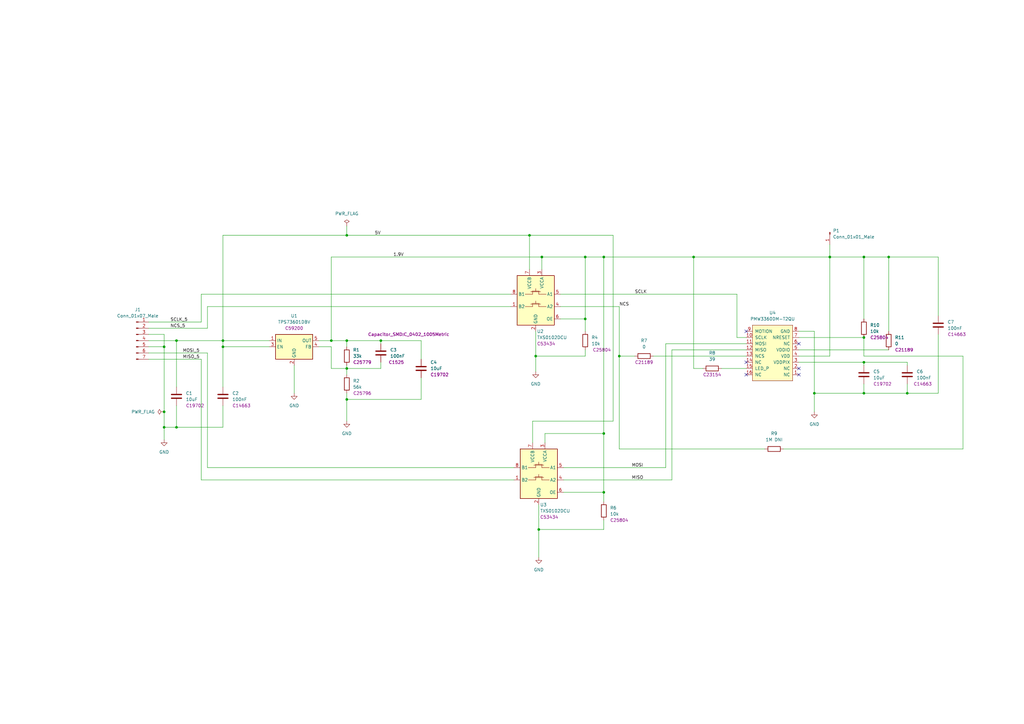
<source format=kicad_sch>
(kicad_sch (version 20211123) (generator eeschema)
  (paper "A3")
  (title_block (title "KeyBall"))
  (lib_symbols
    (symbol "Connector:Conn_01x01_Male" (pin_names (offset 1.016) hide)
      (property "Reference" "J" (at 0 2.54 0))
      (property "Value" "Conn_01x01_Male" (at 0 -2.54 0))
      (symbol "Conn_01x01_Male_1_1"
        (polyline (pts (xy 1.27 0) (xy 0.8636 0)) (stroke (width 0.1524)))
        (rectangle (start 0.8636 0.127) (end 0 -0.127) (stroke (width 0.1524)) (fill (type outline)))
        (pin passive line (at 5.08 0 180) (length 3.81) (name "Pin_1") (number "1"))
      )
    )
    (symbol "Connector:Conn_01x07_Male" (pin_names (offset 1.016) hide)
      (property "Reference" "J" (at 0 10.16 0))
      (property "Value" "Conn_01x07_Male" (at 0 -10.16 0))
      (symbol "Conn_01x07_Male_1_1"
        (polyline (pts (xy 1.27 -7.62) (xy 0.8636 -7.62)) (stroke (width 0.1524)))
        (polyline (pts (xy 1.27 -5.08) (xy 0.8636 -5.08)) (stroke (width 0.1524)))
        (polyline (pts (xy 1.27 -2.54) (xy 0.8636 -2.54)) (stroke (width 0.1524)))
        (polyline (pts (xy 1.27 0) (xy 0.8636 0)) (stroke (width 0.1524)))
        (polyline (pts (xy 1.27 2.54) (xy 0.8636 2.54)) (stroke (width 0.1524)))
        (polyline (pts (xy 1.27 5.08) (xy 0.8636 5.08)) (stroke (width 0.1524)))
        (polyline (pts (xy 1.27 7.62) (xy 0.8636 7.62)) (stroke (width 0.1524)))
        (rectangle (start 0.8636 -7.493) (end 0 -7.747) (stroke (width 0.1524)) (fill (type outline)))
        (rectangle (start 0.8636 -4.953) (end 0 -5.207) (stroke (width 0.1524)) (fill (type outline)))
        (rectangle (start 0.8636 -2.413) (end 0 -2.667) (stroke (width 0.1524)) (fill (type outline)))
        (rectangle (start 0.8636 0.127) (end 0 -0.127) (stroke (width 0.1524)) (fill (type outline)))
        (rectangle (start 0.8636 2.667) (end 0 2.413) (stroke (width 0.1524)) (fill (type outline)))
        (rectangle (start 0.8636 5.207) (end 0 4.953) (stroke (width 0.1524)) (fill (type outline)))
        (rectangle (start 0.8636 7.747) (end 0 7.493) (stroke (width 0.1524)) (fill (type outline)))
        (pin passive line (at 5.08 7.62 180) (length 3.81) (name "Pin_1") (number "1"))
        (pin passive line (at 5.08 5.08 180) (length 3.81) (name "Pin_2") (number "2"))
        (pin passive line (at 5.08 2.54 180) (length 3.81) (name "Pin_3") (number "3"))
        (pin passive line (at 5.08 0 180) (length 3.81) (name "Pin_4") (number "4"))
        (pin passive line (at 5.08 -2.54 180) (length 3.81) (name "Pin_5") (number "5"))
        (pin passive line (at 5.08 -5.08 180) (length 3.81) (name "Pin_6") (number "6"))
        (pin passive line (at 5.08 -7.62 180) (length 3.81) (name "Pin_7") (number "7"))
      )
    )
    (symbol "Device:C" (pin_numbers hide) (pin_names (offset 0.254))
      (property "Reference" "C" (at 0.635 2.54 0))
      (property "Value" "C" (at 0.635 -2.54 0))
      (symbol "C_0_1"
        (polyline (pts (xy -2.032 -0.762) (xy 2.032 -0.762)) (stroke (width 0.508)))
        (polyline (pts (xy -2.032 0.762) (xy 2.032 0.762)) (stroke (width 0.508)))
      )
      (symbol "C_1_1"
        (pin passive line (at 0 3.81 270) (length 2.794) (name "~") (number "1"))
        (pin passive line (at 0 -3.81 90) (length 2.794) (name "~") (number "2"))
      )
    )
    (symbol "Device:R" (pin_numbers hide) (pin_names (offset 0))
      (property "Reference" "R" (at 2.032 0 90))
      (property "Value" "R" (at 0 0 90))
      (symbol "R_0_1"
        (rectangle (start -1.016 -2.54) (end 1.016 2.54) (stroke (width 0.254)))
      )
      (symbol "R_1_1"
        (pin passive line (at 0 3.81 270) (length 1.27) (name "~") (number "1"))
        (pin passive line (at 0 -3.81 90) (length 1.27) (name "~") (number "2"))
      )
    )
    (symbol "Logic_LevelTranslator:TXS0102DCU"
      (property "Reference" "U" (at -6.35 11.43 0))
      (property "Value" "TXS0102DCU" (at 3.81 11.43 0))
      (symbol "TXS0102DCU_0_1"
        (rectangle (start -7.62 10.16) (end 7.62 -10.16) (stroke (width 0.254)) (fill (type background)))
        (polyline (pts (xy -4.318 -2.54) (xy -1.27 -2.54)))
        (polyline (pts (xy -2.032 -1.524) (xy 2.032 -1.524)))
        (polyline (pts (xy -1.524 -1.27) (xy 1.524 -1.27)))
        (polyline (pts (xy -1.27 -2.54) (xy -1.27 -1.524)))
        (polyline (pts (xy 0 -1.27) (xy 0 -0.254)))
        (polyline (pts (xy 1.27 -2.54) (xy 1.27 -1.524)))
        (polyline (pts (xy 4.318 -2.54) (xy 1.27 -2.54)))
      )
      (symbol "TXS0102DCU_1_1"
        (polyline (pts (xy -4.318 2.54) (xy -1.27 2.54)))
        (polyline (pts (xy -2.032 3.556) (xy 2.032 3.556)))
        (polyline (pts (xy -1.524 3.81) (xy 1.524 3.81)))
        (polyline (pts (xy -1.27 2.54) (xy -1.27 3.556)))
        (polyline (pts (xy 0 3.81) (xy 0 4.826)))
        (polyline (pts (xy 1.27 2.54) (xy 1.27 3.556)))
        (polyline (pts (xy 4.318 2.54) (xy 1.27 2.54)))
        (pin bidirectional line (at 10.16 -2.54 180) (length 2.54) (name "B2") (number "1"))
        (pin power_in line (at 0 -12.7 90) (length 2.54) (name "GND") (number "2"))
        (pin power_in line (at -2.54 12.7 270) (length 2.54) (name "VCCA") (number "3"))
        (pin bidirectional line (at -10.16 -2.54 0) (length 2.54) (name "A2") (number "4"))
        (pin bidirectional line (at -10.16 2.54 0) (length 2.54) (name "A1") (number "5"))
        (pin input line (at -10.16 -7.62 0) (length 2.54) (name "OE") (number "6"))
        (pin power_in line (at 2.54 12.7 270) (length 2.54) (name "VCCB") (number "7"))
        (pin bidirectional line (at 10.16 2.54 180) (length 2.54) (name "B1") (number "8"))
      )
    )
    (symbol "Regulator_Linear:TPS73601DBV"
      (property "Reference" "U" (at -6.35 6.35 0))
      (property "Value" "TPS73601DBV" (at 0 6.35 0))
      (symbol "TPS73601DBV_0_1"
        (rectangle (start -7.62 -5.08) (end 7.62 5.08) (stroke (width 0.254)) (fill (type background)))
      )
      (symbol "TPS73601DBV_1_1"
        (pin power_in line (at -10.16 2.54 0) (length 2.54) (name "IN") (number "1"))
        (pin power_in line (at 0 -7.62 90) (length 2.54) (name "GND") (number "2"))
        (pin input line (at -10.16 0 0) (length 2.54) (name "EN") (number "3"))
        (pin input line (at 10.16 0 180) (length 2.54) (name "FB") (number "4"))
        (pin power_out line (at 10.16 2.54 180) (length 2.54) (name "OUT") (number "5"))
      )
    )
    (symbol "Sensor:PMW3360DM-T2QU" (pin_names (offset 1.016))
      (property "Reference" "U2" (at 0.635 13.081 0))
      (property "Value" "PMW3360DM-T2QU" (at 0.635 10.7696 0))
      (symbol "PMW3360DM-T2QU_0_1"
        (rectangle (start -7.62 8.89) (end 8.89 -13.97) (fill (type background)))
      )
      (symbol "PMW3360DM-T2QU_1_1"
        (pin input line (at -10.16 6.35 0) (length 2.54) (name "NC") (number "1"))
        (pin input line (at 11.43 -8.89 180) (length 2.54) (name "SCLK") (number "10"))
        (pin input line (at 11.43 -6.35 180) (length 2.54) (name "MOSI") (number "11"))
        (pin input line (at 11.43 -3.81 180) (length 2.54) (name "MISO") (number "12"))
        (pin input line (at 11.43 -1.27 180) (length 2.54) (name "NCS") (number "13"))
        (pin input line (at 11.43 1.27 180) (length 2.54) (name "NC") (number "14"))
        (pin input line (at 11.43 3.81 180) (length 2.54) (name "LED_P") (number "15"))
        (pin input line (at 11.43 6.35 180) (length 2.54) (name "NC") (number "16"))
        (pin input line (at -10.16 3.81 0) (length 2.54) (name "NC") (number "2"))
        (pin input line (at -10.16 1.27 0) (length 2.54) (name "VDDPIX") (number "3"))
        (pin input line (at -10.16 -1.27 0) (length 2.54) (name "VDD") (number "4"))
        (pin input line (at -10.16 -3.81 0) (length 2.54) (name "VDDIO") (number "5"))
        (pin input line (at -10.16 -6.35 0) (length 2.54) (name "NC") (number "6"))
        (pin input line (at -10.16 -8.89 0) (length 2.54) (name "NRESET") (number "7"))
        (pin input line (at -10.16 -11.43 0) (length 2.54) (name "GND") (number "8"))
        (pin input line (at 11.43 -11.43 180) (length 2.54) (name "MOTION") (number "9"))
      )
    )
    (symbol "power:GND" (power) (pin_names (offset 0))
      (property "Value" "GND" (at 0 -3.81 0))
      (symbol "GND_0_1"
        (polyline (pts (xy 0 0) (xy 0 -1.27) (xy 1.27 -1.27) (xy 0 -2.54) (xy -1.27 -1.27) (xy 0 -1.27)))
      )
      (symbol "GND_1_1"
        (pin power_in line (at 0 0 270) (length 0) hide (name "GND") (number "1"))
      )
    )
    (symbol "power:PWR_FLAG" (power) (pin_numbers hide) (pin_names (offset 0) hide)
      (property "Value" "PWR_FLAG" (at 0 3.81 0))
      (symbol "PWR_FLAG_0_0"
        (pin power_out line (at 0 0 90) (length 0) (name "pwr") (number "1"))
      )
      (symbol "PWR_FLAG_0_1"
        (polyline (pts (xy 0 0) (xy 0 1.27) (xy -1.016 1.905) (xy 0 2.54) (xy 1.016 1.905) (xy 0 1.27)))
      )
    )
  )
  (junction (at 364.49 105.41))
  (junction (at 142.24 139.7))
  (junction (at 334.01 161.29))
  (junction (at 91.44 142.24))
  (junction (at 142.24 163.83))
  (junction (at 247.65 201.93))
  (junction (at 240.03 130.81))
  (junction (at 247.65 177.8))
  (junction (at 354.33 105.41))
  (junction (at 217.17 96.52))
  (junction (at 72.39 175.26))
  (junction (at 67.31 175.26))
  (junction (at 67.31 168.91))
  (junction (at 354.33 161.29))
  (junction (at 220.98 217.17))
  (junction (at 240.03 105.41))
  (junction (at 72.39 139.7))
  (junction (at 67.31 142.24))
  (junction (at 222.25 105.41))
  (junction (at 354.33 138.43))
  (junction (at 254 146.05))
  (junction (at 354.33 148.59))
  (junction (at 340.36 105.41))
  (junction (at 135.89 139.7))
  (junction (at 142.24 151.13))
  (junction (at 247.65 105.41))
  (junction (at 142.24 96.52))
  (junction (at 219.71 146.05))
  (junction (at 372.11 161.29))
  (junction (at 284.48 105.41))
  (junction (at 156.21 139.7))
  (junction (at 91.44 139.7))
  (no_connect (at 306.07 135.89))
  (no_connect (at 327.66 140.97))
  (no_connect (at 306.07 153.67))
  (no_connect (at 306.07 148.59))
  (no_connect (at 327.66 153.67))
  (no_connect (at 327.66 151.13))
  (wire (pts (xy 231.14 196.85) (xy 275.59 196.85)))
  (wire (pts (xy 354.33 146.05) (xy 394.97 146.05)))
  (wire (pts (xy 218.44 172.72) (xy 218.44 181.61)))
  (wire (pts (xy 209.55 125.73) (xy 85.09 125.73)))
  (wire (pts (xy 340.36 105.41) (xy 354.33 105.41)))
  (wire (pts (xy 354.33 105.41) (xy 364.49 105.41)))
  (wire (pts (xy 254 125.73) (xy 254 146.05)))
  (wire (pts (xy 223.52 181.61) (xy 223.52 177.8)))
  (wire (pts (xy 247.65 105.41) (xy 284.48 105.41)))
  (wire (pts (xy 142.24 163.83) (xy 142.24 161.29)))
  (wire (pts (xy 327.66 143.51) (xy 364.49 143.51)))
  (wire (pts (xy 210.82 196.85) (xy 82.55 196.85)))
  (wire (pts (xy 340.36 105.41) (xy 340.36 146.05)))
  (wire (pts (xy 372.11 148.59) (xy 372.11 149.86)))
  (wire (pts (xy 288.29 151.13) (xy 284.48 151.13)))
  (wire (pts (xy 85.09 144.78) (xy 85.09 191.77)))
  (wire (pts (xy 327.66 135.89) (xy 334.01 135.89)))
  (wire (pts (xy 222.25 105.41) (xy 240.03 105.41)))
  (wire (pts (xy 295.91 151.13) (xy 306.07 151.13)))
  (wire (pts (xy 91.44 139.7) (xy 91.44 96.52)))
  (wire (pts (xy 384.81 105.41) (xy 384.81 129.54)))
  (wire (pts (xy 384.81 137.16) (xy 384.81 161.29)))
  (wire (pts (xy 229.87 130.81) (xy 240.03 130.81)))
  (wire (pts (xy 72.39 139.7) (xy 72.39 158.75)))
  (wire (pts (xy 135.89 142.24) (xy 135.89 151.13)))
  (wire (pts (xy 130.81 139.7) (xy 135.89 139.7)))
  (wire (pts (xy 364.49 135.89) (xy 364.49 105.41)))
  (wire (pts (xy 251.46 96.52) (xy 251.46 172.72)))
  (wire (pts (xy 142.24 139.7) (xy 142.24 142.24)))
  (wire (pts (xy 334.01 135.89) (xy 334.01 161.29)))
  (wire (pts (xy 327.66 138.43) (xy 354.33 138.43)))
  (wire (pts (xy 302.26 138.43) (xy 306.07 138.43)))
  (wire (pts (xy 240.03 130.81) (xy 240.03 135.89)))
  (wire (pts (xy 372.11 161.29) (xy 354.33 161.29)))
  (wire (pts (xy 142.24 163.83) (xy 172.72 163.83)))
  (wire (pts (xy 267.97 146.05) (xy 306.07 146.05)))
  (wire (pts (xy 229.87 125.73) (xy 254 125.73)))
  (wire (pts (xy 364.49 105.41) (xy 384.81 105.41)))
  (wire (pts (xy 60.96 139.7) (xy 72.39 139.7)))
  (wire (pts (xy 240.03 105.41) (xy 240.03 130.81)))
  (wire (pts (xy 60.96 132.08) (xy 82.55 132.08)))
  (wire (pts (xy 275.59 143.51) (xy 306.07 143.51)))
  (wire (pts (xy 284.48 105.41) (xy 284.48 151.13)))
  (wire (pts (xy 394.97 184.15) (xy 321.31 184.15)))
  (wire (pts (xy 60.96 134.62) (xy 85.09 134.62)))
  (wire (pts (xy 60.96 142.24) (xy 67.31 142.24)))
  (wire (pts (xy 334.01 161.29) (xy 334.01 168.91)))
  (wire (pts (xy 72.39 139.7) (xy 91.44 139.7)))
  (wire (pts (xy 302.26 120.65) (xy 302.26 138.43)))
  (wire (pts (xy 142.24 92.71) (xy 142.24 96.52)))
  (wire (pts (xy 60.96 137.16) (xy 67.31 137.16)))
  (wire (pts (xy 229.87 120.65) (xy 302.26 120.65)))
  (wire (pts (xy 67.31 142.24) (xy 67.31 168.91)))
  (wire (pts (xy 156.21 139.7) (xy 172.72 139.7)))
  (wire (pts (xy 156.21 148.59) (xy 156.21 151.13)))
  (wire (pts (xy 340.36 100.33) (xy 340.36 105.41)))
  (wire (pts (xy 220.98 217.17) (xy 247.65 217.17)))
  (wire (pts (xy 247.65 177.8) (xy 247.65 105.41)))
  (wire (pts (xy 67.31 168.91) (xy 67.31 175.26)))
  (wire (pts (xy 247.65 201.93) (xy 247.65 205.74)))
  (wire (pts (xy 91.44 142.24) (xy 110.49 142.24)))
  (wire (pts (xy 85.09 125.73) (xy 85.09 134.62)))
  (wire (pts (xy 91.44 139.7) (xy 110.49 139.7)))
  (wire (pts (xy 91.44 96.52) (xy 142.24 96.52)))
  (wire (pts (xy 209.55 120.65) (xy 82.55 120.65)))
  (wire (pts (xy 142.24 163.83) (xy 142.24 172.72)))
  (wire (pts (xy 254 184.15) (xy 313.69 184.15)))
  (wire (pts (xy 142.24 96.52) (xy 217.17 96.52)))
  (wire (pts (xy 67.31 175.26) (xy 72.39 175.26)))
  (wire (pts (xy 82.55 120.65) (xy 82.55 132.08)))
  (wire (pts (xy 130.81 142.24) (xy 135.89 142.24)))
  (wire (pts (xy 284.48 105.41) (xy 340.36 105.41)))
  (wire (pts (xy 120.65 149.86) (xy 120.65 161.29)))
  (wire (pts (xy 217.17 96.52) (xy 217.17 110.49)))
  (wire (pts (xy 217.17 96.52) (xy 251.46 96.52)))
  (wire (pts (xy 327.66 148.59) (xy 354.33 148.59)))
  (wire (pts (xy 135.89 151.13) (xy 142.24 151.13)))
  (wire (pts (xy 354.33 105.41) (xy 354.33 130.81)))
  (wire (pts (xy 327.66 146.05) (xy 340.36 146.05)))
  (wire (pts (xy 354.33 161.29) (xy 334.01 161.29)))
  (wire (pts (xy 273.05 140.97) (xy 273.05 191.77)))
  (wire (pts (xy 240.03 143.51) (xy 240.03 146.05)))
  (wire (pts (xy 354.33 148.59) (xy 354.33 149.86)))
  (wire (pts (xy 247.65 177.8) (xy 247.65 201.93)))
  (wire (pts (xy 219.71 146.05) (xy 240.03 146.05)))
  (wire (pts (xy 91.44 139.7) (xy 91.44 142.24)))
  (wire (pts (xy 354.33 148.59) (xy 372.11 148.59)))
  (wire (pts (xy 135.89 139.7) (xy 142.24 139.7)))
  (wire (pts (xy 220.98 217.17) (xy 220.98 228.6)))
  (wire (pts (xy 219.71 135.89) (xy 219.71 146.05)))
  (wire (pts (xy 142.24 139.7) (xy 156.21 139.7)))
  (wire (pts (xy 231.14 201.93) (xy 247.65 201.93)))
  (wire (pts (xy 254 146.05) (xy 254 184.15)))
  (wire (pts (xy 372.11 157.48) (xy 372.11 161.29)))
  (wire (pts (xy 142.24 151.13) (xy 142.24 153.67)))
  (wire (pts (xy 231.14 191.77) (xy 273.05 191.77)))
  (wire (pts (xy 220.98 207.01) (xy 220.98 217.17)))
  (wire (pts (xy 67.31 137.16) (xy 67.31 142.24)))
  (wire (pts (xy 156.21 151.13) (xy 142.24 151.13)))
  (wire (pts (xy 142.24 149.86) (xy 142.24 151.13)))
  (wire (pts (xy 275.59 196.85) (xy 275.59 143.51)))
  (wire (pts (xy 67.31 175.26) (xy 67.31 180.34)))
  (wire (pts (xy 384.81 161.29) (xy 372.11 161.29)))
  (wire (pts (xy 219.71 146.05) (xy 219.71 152.4)))
  (wire (pts (xy 172.72 139.7) (xy 172.72 147.32)))
  (wire (pts (xy 251.46 172.72) (xy 218.44 172.72)))
  (wire (pts (xy 223.52 177.8) (xy 247.65 177.8)))
  (wire (pts (xy 135.89 139.7) (xy 135.89 105.41)))
  (wire (pts (xy 354.33 138.43) (xy 354.33 146.05)))
  (wire (pts (xy 306.07 140.97) (xy 273.05 140.97)))
  (wire (pts (xy 60.96 147.32) (xy 82.55 147.32)))
  (wire (pts (xy 156.21 139.7) (xy 156.21 140.97)))
  (wire (pts (xy 240.03 105.41) (xy 247.65 105.41)))
  (wire (pts (xy 222.25 105.41) (xy 222.25 110.49)))
  (wire (pts (xy 91.44 142.24) (xy 91.44 158.75)))
  (wire (pts (xy 135.89 105.41) (xy 222.25 105.41)))
  (wire (pts (xy 394.97 146.05) (xy 394.97 184.15)))
  (wire (pts (xy 82.55 196.85) (xy 82.55 147.32)))
  (wire (pts (xy 72.39 175.26) (xy 91.44 175.26)))
  (wire (pts (xy 85.09 191.77) (xy 210.82 191.77)))
  (wire (pts (xy 254 146.05) (xy 260.35 146.05)))
  (wire (pts (xy 172.72 154.94) (xy 172.72 163.83)))
  (wire (pts (xy 354.33 157.48) (xy 354.33 161.29)))
  (wire (pts (xy 91.44 166.37) (xy 91.44 175.26)))
  (wire (pts (xy 60.96 144.78) (xy 85.09 144.78)))
  (wire (pts (xy 247.65 213.36) (xy 247.65 217.17)))
  (wire (pts (xy 72.39 166.37) (xy 72.39 175.26)))
  (label "SCLK_5" (at 69.85 132.08 0))
  (label "SCLK" (at 260.35 120.65 0))
  (label "MISO" (at 259.08 196.85 0))
  (label "NCS_5" (at 69.85 134.62 0))
  (label "5V" (at 153.67 96.52 0))
  (label "MOSI_5" (at 74.93 144.78 0))
  (label "1.9V" (at 161.29 105.41 0))
  (label "MISO_5" (at 74.93 147.32 0))
  (label "NCS" (at 254 125.73 0))
  (label "MOSI" (at 259.08 191.77 0))
  (symbol (lib_id "Device:R") (at 292.1 151.13 90) (unit 1)
    (property "Reference" "R8" (at 292.1 144.78 90))
    (property "Value" "39" (at 292.1 147.32 90))
    (property "Footprint" "Resistor_SMD:R_0603_1608Metric" (effects hide))
    (property "Datasheet" "https://datasheet.lcsc.com/lcsc/2206010116_UNI-ROYAL-Uniroyal-Elec-0603WAF390JT5E_C23154.pdf" (effects hide))
    (property "LCSC" "C23154" (at 292.1 153.67 90))
    (property "Description" "1/10W Thick Film Resistors 75V ±1% ±200ppm/℃ -55℃~+155℃ 39Ω 0603  Chip Resistor - Surface Mount ROHS" (effects hide))
  )
  (symbol (lib_id "power:PWR_FLAG") (at 67.31 168.91 90) (unit 1)
    (property "Reference" "#FLG0101" (effects hide))
    (property "Value" "PWR_FLAG" (at 63.5 168.9099 90) (effects (justify left)))
  )
  (symbol (lib_id "Connector:Conn_01x07_Male") (at 55.88 139.7 0) (unit 1) (in_bom no)
    (property "Reference" "J1" (at 56.515 127 0))
    (property "Value" "Conn_01x07_Male" (at 56.515 129.54 0))
    (property "Footprint" "Connector_PinHeader_2.54mm:PinHeader_1x07_P2.54mm_Vertical" (effects hide))
  )
  (symbol (lib_id "Device:R") (at 364.49 139.7 0) (unit 1)
    (property "Reference" "R11" (at 367.03 138.4299 0) (effects (justify left)))
    (property "Value" "0" (at 367.03 140.9699 0) (effects (justify left)))
    (property "Footprint" "Resistor_SMD:R_0603_1608Metric" (effects hide))
    (property "Datasheet" "https://datasheet.lcsc.com/szlcsc/Uniroyal-Elec-0603WAF0000T5E_C21189.pdf" (effects hide))
    (property "LCSC" "C21189" (at 370.84 143.51 0))
    (property "Description" "1/10W Thick Film Resistors 75V ±1% -55℃~+155℃ 0mΩ 0603 Chip Resistor - Surface Mount ROHS" (effects hide))
  )
  (symbol (lib_id "power:GND") (at 142.24 172.72 0) (unit 1)
    (property "Reference" "#PWR0103" (effects hide))
    (property "Value" "GND" (at 142.24 177.8 0))
  )
  (symbol (lib_id "power:GND") (at 220.98 228.6 0) (unit 1)
    (property "Reference" "#PWR0106" (effects hide))
    (property "Value" "GND" (at 220.98 233.68 0))
  )
  (symbol (lib_id "Device:C") (at 156.21 144.78 0) (unit 1)
    (property "Reference" "C3" (at 160.02 143.5099 0) (effects (justify left)))
    (property "Value" "100nF" (at 160.02 146.0499 0) (effects (justify left)))
    (property "Footprint" "Capacitor_SMD:C_0402_1005Metric" (at 167.64 137.16 0))
    (property "Datasheet" "https://datasheet.lcsc.com/lcsc/1810191219_Samsung-Electro-Mechanics-CL05B104KO5NNNC_C1525.pdf" (effects hide))
    (property "LCSC" "C1525" (at 162.56 148.59 0))
    (property "Discription" "CL05B104KO5NNNC" (effects hide))
  )
  (symbol (lib_id "Device:R") (at 240.03 139.7 0) (unit 1)
    (property "Reference" "R4" (at 242.57 138.4299 0) (effects (justify left)))
    (property "Value" "10k" (at 242.57 140.9699 0) (effects (justify left)))
    (property "Footprint" "Resistor_SMD:R_0603_1608Metric" (effects hide))
    (property "LCSC" " C25804" (at 246.38 143.51 0))
    (property "Description" "0201WMF1002TEE" (effects hide))
  )
  (symbol (lib_id "Device:R") (at 142.24 146.05 0) (unit 1)
    (property "Reference" "R1" (at 144.78 143.5099 0) (effects (justify left)))
    (property "Value" "33k" (at 144.78 146.0499 0) (effects (justify left)))
    (property "Footprint" "Resistor_SMD:R_0402_1005Metric" (effects hide))
    (property "Datasheet" "https://datasheet.lcsc.com/lcsc/2206010100_UNI-ROYAL-Uniroyal-Elec-0402WGF3302TCE_C25779.pdf" (effects hide))
    (property "LCSC" "C25779" (at 148.59 148.59 0))
    (property "Description" "0402WGF3302TCE" (effects hide))
  )
  (symbol (lib_id "power:GND") (at 67.31 180.34 0) (unit 1)
    (property "Reference" "#PWR0102" (effects hide))
    (property "Value" "GND" (at 67.31 185.42 0))
  )
  (symbol (lib_id "Device:C") (at 372.11 153.67 0) (unit 1)
    (property "Reference" "C6" (at 375.92 152.3999 0) (effects (justify left)))
    (property "Value" "100nF" (at 375.92 154.9399 0) (effects (justify left)))
    (property "Footprint" "Capacitor_SMD:C_0603_1608Metric" (effects hide))
    (property "LCSC" "C14663" (at 378.46 157.48 0))
  )
  (symbol (lib_id "Logic_LevelTranslator:TXS0102DCU") (at 219.71 123.19 0) (mirror y) (unit 1)
    (property "Reference" "U2" (at 220.2306 135.89 0) (effects (justify right)))
    (property "Value" "TXS0102DCU" (at 220.2306 138.43 0) (effects (justify right)))
    (property "Footprint" "Package_SO:VSSOP-8_2.3x2mm_P0.5mm" (effects hide))
    (property "Datasheet" "http://www.ti.com/cn/lit/gpn/txs0102" (effects hide))
    (property "LCSC" "C53434" (at 220.2306 140.97 0) (effects (justify right)))
    (property "Description" "1.65V~3.6V Open Drain，Push-pull 2.3V~5.5V -40℃~+85℃ Bi-Directional Automatic direction detection Voltage Levels 1 2 24Mbps VSSOP-8  Translators / Level Shifters ROHS" (effects hide))
  )
  (symbol (lib_id "Sensor:PMW3360DM-T2QU") (at 317.5 147.32 180) (unit 1) (in_bom no)
    (property "Reference" "U4" (at 316.865 128.27 0))
    (property "Value" "PMW3360DM-T2QU" (at 316.865 130.81 0))
    (property "Footprint" "Sensor:IC_PMW3360DM-T2QU_noEdge" (effects hide))
    (property "Datasheet" "http://chihiro718.jpn.org/etc/electronics/files/PixArt_PMW3360DM-T2QU.pdf" (effects hide))
  )
  (symbol (lib_id "Logic_LevelTranslator:TXS0102DCU") (at 220.98 194.31 0) (mirror y) (unit 1)
    (property "Reference" "U3" (at 221.5006 207.01 0) (effects (justify right)))
    (property "Value" "TXS0102DCU" (at 221.5006 209.55 0) (effects (justify right)))
    (property "Footprint" "Package_SO:VSSOP-8_2.3x2mm_P0.5mm" (effects hide))
    (property "Datasheet" "http://www.ti.com/cn/lit/gpn/txs0102" (effects hide))
    (property "LCSC" "C53434" (at 221.5006 212.09 0) (effects (justify right)))
    (property "Description" "1.65V~3.6V Open Drain，Push-pull 2.3V~5.5V -40℃~+85℃ Bi-Directional Automatic direction detection Voltage Levels 1 2 24Mbps VSSOP-8  Translators / Level Shifters ROHS" (effects hide))
  )
  (symbol (lib_id "Device:R") (at 317.5 184.15 90) (unit 1) (in_bom no)
    (property "Reference" "R9" (at 317.5 177.8 90))
    (property "Value" "1M DNI" (at 317.5 180.34 90))
    (property "Footprint" "Resistor_SMD:R_0603_1608Metric" (effects hide))
  )
  (symbol (lib_id "Regulator_Linear:TPS73601DBV") (at 120.65 142.24 0) (unit 1)
    (property "Reference" "U1" (at 120.65 129.54 0))
    (property "Value" "TPS73601DBV" (at 120.65 132.08 0))
    (property "Footprint" "Package_TO_SOT_SMD:SOT-23-5" (effects hide))
    (property "Datasheet" "http://www.ti.com/cn/lit/gpn/tps736" (effects hide))
    (property "LCSC" "C59200" (at 120.65 134.62 0))
    (property "Description" "58dB@(100Hz),37dB@(10kHz) 400mA 200mV@(400mA) Adjustable 1.2V~5.5V Positive 1 5.5V SOT-23-5  Linear Voltage Regulators (LDO) ROHS" (effects hide))
  )
  (symbol (lib_id "Device:C") (at 91.44 162.56 0) (unit 1)
    (property "Reference" "C2" (at 95.25 161.2899 0) (effects (justify left)))
    (property "Value" "100nF" (at 95.25 163.8299 0) (effects (justify left)))
    (property "Footprint" "Capacitor_SMD:C_0603_1608Metric" (effects hide))
    (property "Datasheet" "https://datasheet.lcsc.com/lcsc/1809301912_YAGEO-CC0603KRX7R9BB104_C14663.pdf" (effects hide))
    (property "LCSC" "C14663" (at 99.06 166.37 0))
    (property "Description" "50V 100nF X7R ±10% 0603 Multilayer Ceramic Capacitors MLCC - SMD/SMT ROHS" (effects hide))
  )
  (symbol (lib_id "Device:R") (at 264.16 146.05 90) (unit 1)
    (property "Reference" "R7" (at 264.16 139.7 90))
    (property "Value" "0" (at 264.16 142.24 90))
    (property "Footprint" "Resistor_SMD:R_0603_1608Metric" (effects hide))
    (property "Datasheet" "https://datasheet.lcsc.com/szlcsc/Uniroyal-Elec-0603WAF0000T5E_C21189.pdf" (effects hide))
    (property "LCSC" "C21189" (at 264.16 148.59 90))
    (property "Description" "1/10W Thick Film Resistors 75V ±1% -55℃~+155℃ 0mΩ 0603  Chip Resistor - Surface Mount ROHS" (effects hide))
  )
  (symbol (lib_id "Device:C") (at 172.72 151.13 0) (unit 1)
    (property "Reference" "C4" (at 176.53 148.5899 0) (effects (justify left)))
    (property "Value" "10uF" (at 176.53 151.1299 0) (effects (justify left)))
    (property "Footprint" "Capacitor_SMD:C_0603_1608Metric" (effects hide))
    (property "LCSC" "C19702" (at 176.53 153.6699 0) (effects (justify left)))
  )
  (symbol (lib_id "power:GND") (at 334.01 168.91 0) (unit 1)
    (property "Reference" "#PWR0104" (effects hide))
    (property "Value" "GND" (at 334.01 173.99 0))
  )
  (symbol (lib_id "Device:C") (at 384.81 133.35 0) (unit 1)
    (property "Reference" "C7" (at 388.62 132.0799 0) (effects (justify left)))
    (property "Value" "100nF" (at 388.62 134.6199 0) (effects (justify left)))
    (property "Footprint" "Capacitor_SMD:C_0603_1608Metric" (effects hide))
    (property "LCSC" "C14663" (at 392.43 137.16 0))
  )
  (symbol (lib_id "Device:R") (at 142.24 157.48 0) (unit 1)
    (property "Reference" "R2" (at 144.78 156.2099 0) (effects (justify left)))
    (property "Value" "56k" (at 144.78 158.7499 0) (effects (justify left)))
    (property "Footprint" "Resistor_SMD:R_0402_1005Metric" (effects hide))
    (property "Datasheet" "https://datasheet.lcsc.com/lcsc/2206010100_UNI-ROYAL-Uniroyal-Elec-0402WGF5602TCE_C25796.pdf" (effects hide))
    (property "LCSC" "C25796" (at 148.59 161.29 0))
    (property "Description" "0402WGF5602TCE" (effects hide))
  )
  (symbol (lib_id "Device:C") (at 354.33 153.67 0) (unit 1)
    (property "Reference" "C5" (at 358.14 152.3999 0) (effects (justify left)))
    (property "Value" "10uF" (at 358.14 154.9399 0) (effects (justify left)))
    (property "Footprint" "Capacitor_SMD:C_0603_1608Metric" (effects hide))
    (property "Datasheet" "https://datasheet.lcsc.com/lcsc/1810191219_Samsung-Electro-Mechanics-CL10A106KP8NNNC_C19702.pdf" (effects hide))
    (property "LCSC" "C19702" (at 361.95 157.48 0))
    (property "Description" "10V 10uF X5R ±10% 0603 Multilayer Ceramic Capacitors MLCC - SMD/SMT ROHS" (effects hide))
  )
  (symbol (lib_id "Device:R") (at 247.65 209.55 0) (unit 1)
    (property "Reference" "R6" (at 250.19 208.2799 0) (effects (justify left)))
    (property "Value" "10k" (at 250.19 210.8199 0) (effects (justify left)))
    (property "Footprint" "Resistor_SMD:R_0603_1608Metric" (effects hide))
    (property "LCSC" "C25804" (at 254 213.36 0))
    (property "Description" "0603WAF1002T5E" (effects hide))
  )
  (symbol (lib_id "power:GND") (at 120.65 161.29 0) (unit 1)
    (property "Reference" "#PWR0101" (effects hide))
    (property "Value" "GND" (at 120.65 166.37 0))
  )
  (symbol (lib_id "Device:C") (at 72.39 162.56 0) (unit 1)
    (property "Reference" "C1" (at 76.2 161.2899 0) (effects (justify left)))
    (property "Value" "10uF" (at 76.2 163.8299 0) (effects (justify left)))
    (property "Footprint" "Capacitor_SMD:C_0603_1608Metric" (effects hide))
    (property "Datasheet" "https://datasheet.lcsc.com/lcsc/1810191219_Samsung-Electro-Mechanics-CL10A106KP8NNNC_C19702.pdf" (effects hide))
    (property "LCSC" "C19702" (at 80.01 166.37 0))
    (property "Description" "10V 10uF X5R ±10% 0603 Multilayer Ceramic Capacitors MLCC - SMD/SMT ROHS" (effects hide))
  )
  (symbol (lib_id "power:GND") (at 219.71 152.4 0) (unit 1)
    (property "Reference" "#PWR0105" (effects hide))
    (property "Value" "GND" (at 219.71 157.48 0))
  )
  (symbol (lib_id "Connector:Conn_01x01_Male") (at 340.36 95.25 270) (unit 1) (in_bom no)
    (property "Reference" "P1" (at 341.63 94.6149 90) (effects (justify left)))
    (property "Value" "Conn_01x01_Male" (at 341.63 97.1549 90) (effects (justify left)))
    (property "Footprint" "TestPoint:TestPoint_Pad_D1.0mm" (effects hide))
  )
  (symbol (lib_id "Device:R") (at 354.33 134.62 0) (unit 1)
    (property "Reference" "R10" (at 356.87 133.3499 0) (effects (justify left)))
    (property "Value" "10k" (at 356.87 135.8899 0) (effects (justify left)))
    (property "Footprint" "Resistor_SMD:R_0603_1608Metric" (effects hide))
    (property "Datasheet" "https://datasheet.lcsc.com/szlcsc/Uniroyal-Elec-0603WAF1002T5E_C25804.pdf" (effects hide))
    (property "LCSC" "C25804" (at 360.68 138.43 0))
    (property "Description" "1/10W Thick Film Resistors 75V ±1% ±100ppm/℃ -55℃~+155℃ 10kΩ 0603 Chip Resistor - Surface Mount ROHS" (effects hide))
  )
  (symbol (lib_id "power:PWR_FLAG") (at 142.24 92.71 0) (unit 1)
    (property "Reference" "#FLG0102" (effects hide))
    (property "Value" "PWR_FLAG" (at 142.24 87.63 0))
  )
)
</source>
